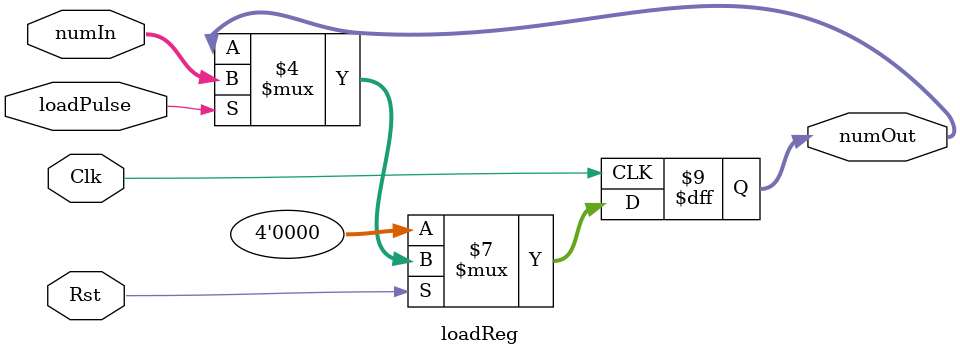
<source format=v>


module loadReg(Clk, Rst, loadPulse, numIn, numOut);

  input Clk, Rst, loadPulse;
  input [3:0] numIn;
  output reg[3:0] numOut;

  always @ (posedge Clk)
  begin
    if(Rst == 0)
    begin
      numOut <= 4'b0000;
    end

    else if(loadPulse == 1)
    begin
      numOut <= numIn;
    end
  end
endmodule
</source>
